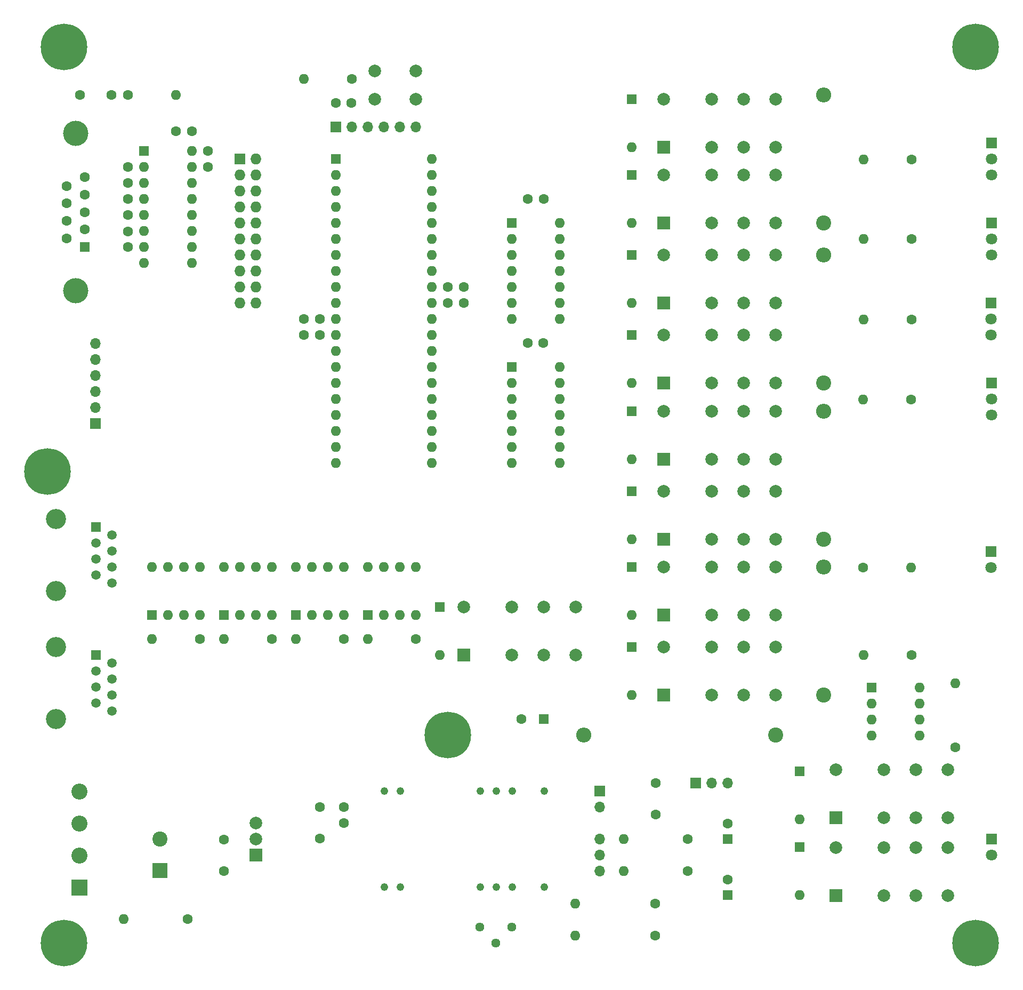
<source format=gbr>
G04 #@! TF.GenerationSoftware,KiCad,Pcbnew,(6.0.6)*
G04 #@! TF.CreationDate,2022-08-07T11:28:29-07:00*
G04 #@! TF.ProjectId,1d_coinctrl_r2,31645f63-6f69-46e6-9374-726c5f72322e,3*
G04 #@! TF.SameCoordinates,Original*
G04 #@! TF.FileFunction,Soldermask,Top*
G04 #@! TF.FilePolarity,Negative*
%FSLAX46Y46*%
G04 Gerber Fmt 4.6, Leading zero omitted, Abs format (unit mm)*
G04 Created by KiCad (PCBNEW (6.0.6)) date 2022-08-07 11:28:29*
%MOMM*%
%LPD*%
G01*
G04 APERTURE LIST*
%ADD10C,1.600000*%
%ADD11R,1.600000X1.600000*%
%ADD12O,1.600000X1.600000*%
%ADD13R,1.800000X1.800000*%
%ADD14C,1.800000*%
%ADD15C,3.200000*%
%ADD16R,1.500000X1.500000*%
%ADD17C,1.500000*%
%ADD18R,1.700000X1.700000*%
%ADD19O,1.700000X1.700000*%
%ADD20R,1.727200X1.727200*%
%ADD21O,1.727200X1.727200*%
%ADD22R,2.000000X2.000000*%
%ADD23C,2.000000*%
%ADD24C,1.220000*%
%ADD25C,2.400000*%
%ADD26O,2.400000X2.400000*%
%ADD27C,1.440000*%
%ADD28R,2.400000X2.400000*%
%ADD29C,4.000000*%
%ADD30C,7.400000*%
%ADD31R,2.550000X2.550000*%
%ADD32C,2.550000*%
G04 APERTURE END LIST*
D10*
X157514988Y-138395012D03*
X157514988Y-143395012D03*
D11*
X139734988Y-128235012D03*
D10*
X136234988Y-128235012D03*
X88934988Y-152365012D03*
X88934988Y-147365012D03*
X104174988Y-142205012D03*
X104174988Y-147205012D03*
X124494988Y-59655012D03*
X124494988Y-62155012D03*
X104174988Y-64735012D03*
X104174988Y-67235012D03*
X106714988Y-30445012D03*
X109214988Y-30445012D03*
X107984988Y-142205012D03*
X107984988Y-144705012D03*
X139734988Y-45685012D03*
X137234988Y-45685012D03*
D11*
X123224988Y-110455012D03*
D12*
X123224988Y-118075012D03*
D11*
X180374988Y-148555012D03*
D12*
X180374988Y-156175012D03*
D11*
X153704988Y-116805012D03*
D12*
X153704988Y-124425012D03*
D11*
X153704988Y-67275012D03*
D12*
X153704988Y-74895012D03*
D11*
X153704988Y-104105012D03*
D12*
X153704988Y-111725012D03*
D11*
X153704988Y-54575012D03*
D12*
X153704988Y-62195012D03*
D11*
X153704988Y-92040012D03*
D12*
X153704988Y-99660012D03*
D11*
X153704988Y-41875012D03*
D12*
X153704988Y-49495012D03*
D11*
X153704988Y-79340012D03*
D12*
X153704988Y-86960012D03*
D11*
X153704988Y-29810012D03*
D12*
X153704988Y-37430012D03*
D13*
X210854988Y-147285012D03*
D14*
X210854988Y-149825012D03*
D15*
X62264988Y-96485012D03*
X62264988Y-107915012D03*
D16*
X68614988Y-97755012D03*
D17*
X71154988Y-99025012D03*
X68614988Y-100295012D03*
X71154988Y-101565012D03*
X68614988Y-102835012D03*
X71154988Y-104105012D03*
X68614988Y-105375012D03*
X71154988Y-106645012D03*
D18*
X163864988Y-138395012D03*
D19*
X166404988Y-138395012D03*
X168944988Y-138395012D03*
D15*
X62264988Y-128235012D03*
X62264988Y-116805012D03*
D16*
X68614988Y-118075012D03*
D17*
X71154988Y-119345012D03*
X68614988Y-120615012D03*
X71154988Y-121885012D03*
X68614988Y-123155012D03*
X71154988Y-124425012D03*
X68614988Y-125695012D03*
X71154988Y-126965012D03*
D20*
X91474988Y-39335012D03*
D21*
X94014988Y-39335012D03*
X91474988Y-41875012D03*
X94014988Y-41875012D03*
X91474988Y-44415012D03*
X94014988Y-44415012D03*
X91474988Y-46955012D03*
X94014988Y-46955012D03*
X91474988Y-49495012D03*
X94014988Y-49495012D03*
X91474988Y-52035012D03*
X94014988Y-52035012D03*
X91474988Y-54575012D03*
X94014988Y-54575012D03*
X91474988Y-57115012D03*
X94014988Y-57115012D03*
X91474988Y-59655012D03*
X94014988Y-59655012D03*
X91474988Y-62195012D03*
X94014988Y-62195012D03*
D22*
X186189989Y-156290013D03*
D23*
X193809989Y-156290013D03*
X198889989Y-156290013D03*
X203969989Y-156290013D03*
X203969989Y-148670013D03*
X198889989Y-148670013D03*
X193809989Y-148670013D03*
X186189989Y-148670013D03*
D22*
X186189989Y-143910013D03*
D23*
X193809989Y-143910013D03*
X198889989Y-143910013D03*
X203969989Y-143910013D03*
X203969989Y-136290013D03*
X198889989Y-136290013D03*
X193809989Y-136290013D03*
X186189989Y-136290013D03*
D22*
X158784988Y-111725012D03*
D23*
X166404988Y-111725012D03*
X171484988Y-111725012D03*
X176564988Y-111725012D03*
X176564988Y-104105012D03*
X171484988Y-104105012D03*
X166404988Y-104105012D03*
X158784988Y-104105012D03*
D22*
X158784988Y-99660012D03*
D23*
X166404988Y-99660012D03*
X171484988Y-99660012D03*
X176564988Y-99660012D03*
X176564988Y-92040012D03*
X171484988Y-92040012D03*
X166404988Y-92040012D03*
X158784988Y-92040012D03*
D22*
X158784988Y-86960012D03*
D23*
X166404988Y-86960012D03*
X171484988Y-86960012D03*
X176564988Y-86960012D03*
X176564988Y-79340012D03*
X171484988Y-79340012D03*
X166404988Y-79340012D03*
X158784988Y-79340012D03*
D22*
X158784988Y-74895012D03*
D23*
X166404988Y-74895012D03*
X171484988Y-74895012D03*
X176564988Y-74895012D03*
X176564988Y-67275012D03*
X171484988Y-67275012D03*
X166404988Y-67275012D03*
X158784988Y-67275012D03*
D22*
X158784988Y-49495012D03*
D23*
X166404988Y-49495012D03*
X171484988Y-49495012D03*
X176564988Y-49495012D03*
X176564988Y-41875012D03*
X171484988Y-41875012D03*
X166404988Y-41875012D03*
X158784988Y-41875012D03*
D22*
X158784988Y-37430012D03*
D23*
X166404988Y-37430012D03*
X171484988Y-37430012D03*
X176564988Y-37430012D03*
X176564988Y-29810012D03*
X171484988Y-29810012D03*
X166404988Y-29810012D03*
X158784988Y-29810012D03*
D22*
X127034988Y-118075012D03*
D23*
X134654988Y-118075012D03*
X139734988Y-118075012D03*
X144814988Y-118075012D03*
X144814988Y-110455012D03*
X139734988Y-110455012D03*
X134654988Y-110455012D03*
X127034988Y-110455012D03*
D24*
X114464988Y-154905012D03*
X117004988Y-154905012D03*
X129704988Y-154905012D03*
X132244988Y-154905012D03*
X134784988Y-154905012D03*
X139864988Y-154905012D03*
X139864988Y-139665012D03*
X134784988Y-139665012D03*
X132244988Y-139665012D03*
X129704988Y-139665012D03*
X117004988Y-139665012D03*
X114464988Y-139665012D03*
D25*
X176564988Y-130775012D03*
D26*
X146084988Y-130775012D03*
D10*
X109254988Y-26635012D03*
D12*
X101634988Y-26635012D03*
D25*
X184184988Y-124425012D03*
D26*
X184184988Y-104105012D03*
D25*
X184184988Y-74895012D03*
D26*
X184184988Y-54575012D03*
D25*
X184184988Y-99660012D03*
D26*
X184184988Y-79340012D03*
D25*
X184184988Y-49495012D03*
D26*
X184184988Y-29175012D03*
D27*
X134654988Y-161255012D03*
X132114988Y-163795012D03*
X129574988Y-161255012D03*
D10*
X198154988Y-118075012D03*
D12*
X190534988Y-118075012D03*
D23*
X119414988Y-25365012D03*
X112914988Y-25365012D03*
X112914988Y-29865012D03*
X119414988Y-29865012D03*
D18*
X148624988Y-139665012D03*
D19*
X148624988Y-142205012D03*
X148624988Y-147285012D03*
X148624988Y-149825012D03*
X148624988Y-152365012D03*
D22*
X94014988Y-149825012D03*
D23*
X94014988Y-147285012D03*
X94014988Y-144745012D03*
D11*
X106714988Y-39335012D03*
D12*
X106714988Y-41875012D03*
X106714988Y-44415012D03*
X106714988Y-46955012D03*
X106714988Y-49495012D03*
X106714988Y-52035012D03*
X106714988Y-54575012D03*
X106714988Y-57115012D03*
X106714988Y-59655012D03*
X106714988Y-62195012D03*
X106714988Y-64735012D03*
X106714988Y-67275012D03*
X106714988Y-69815012D03*
X106714988Y-72355012D03*
X106714988Y-74895012D03*
X106714988Y-77435012D03*
X106714988Y-79975012D03*
X106714988Y-82515012D03*
X106714988Y-85055012D03*
X106714988Y-87595012D03*
X121954988Y-87595012D03*
X121954988Y-85055012D03*
X121954988Y-82515012D03*
X121954988Y-79975012D03*
X121954988Y-77435012D03*
X121954988Y-74895012D03*
X121954988Y-72355012D03*
X121954988Y-69815012D03*
X121954988Y-67275012D03*
X121954988Y-64735012D03*
X121954988Y-62195012D03*
X121954988Y-59655012D03*
X121954988Y-57115012D03*
X121954988Y-54575012D03*
X121954988Y-52035012D03*
X121954988Y-49495012D03*
X121954988Y-46955012D03*
X121954988Y-44415012D03*
X121954988Y-41875012D03*
X121954988Y-39335012D03*
D11*
X134654988Y-72355012D03*
D12*
X134654988Y-74895012D03*
X134654988Y-77435012D03*
X134654988Y-79975012D03*
X134654988Y-82515012D03*
X134654988Y-85055012D03*
X134654988Y-87595012D03*
X142274988Y-87595012D03*
X142274988Y-85055012D03*
X142274988Y-82515012D03*
X142274988Y-79975012D03*
X142274988Y-77435012D03*
X142274988Y-74895012D03*
X142274988Y-72355012D03*
D11*
X134654988Y-49495012D03*
D12*
X134654988Y-52035012D03*
X134654988Y-54575012D03*
X134654988Y-57115012D03*
X134654988Y-59655012D03*
X134654988Y-62195012D03*
X134654988Y-64735012D03*
X142274988Y-64735012D03*
X142274988Y-62195012D03*
X142274988Y-59655012D03*
X142274988Y-57115012D03*
X142274988Y-54575012D03*
X142274988Y-52035012D03*
X142274988Y-49495012D03*
D10*
X139694988Y-68545012D03*
X137194988Y-68545012D03*
D22*
X158784988Y-124425012D03*
D23*
X166404988Y-124425012D03*
X171484988Y-124425012D03*
X176564988Y-124425012D03*
X176564988Y-116805012D03*
X171484988Y-116805012D03*
X166404988Y-116805012D03*
X158784988Y-116805012D03*
D11*
X168944988Y-156175012D03*
D10*
X168944988Y-153675012D03*
D11*
X168944988Y-147285012D03*
D10*
X168944988Y-144785012D03*
D28*
X78774988Y-152285012D03*
D25*
X78774988Y-147285012D03*
D10*
X162594988Y-147285012D03*
D12*
X152434988Y-147285012D03*
D10*
X162594988Y-152365012D03*
D12*
X152434988Y-152365012D03*
D13*
X210820000Y-101600000D03*
D14*
X210820000Y-104140000D03*
D22*
X158784988Y-62195012D03*
D23*
X166404988Y-62195012D03*
X171484988Y-62195012D03*
X176564988Y-62195012D03*
X176564988Y-54575012D03*
X171484988Y-54575012D03*
X166404988Y-54575012D03*
X158784988Y-54575012D03*
D11*
X180374988Y-136490012D03*
D12*
X180374988Y-144110012D03*
D10*
X190500000Y-104140000D03*
D12*
X198120000Y-104140000D03*
D10*
X73694988Y-40605012D03*
X73694988Y-43105012D03*
X73694988Y-45685012D03*
X73694988Y-48185012D03*
X83854988Y-34890012D03*
X81354988Y-34890012D03*
X73694988Y-50805012D03*
X73694988Y-53305012D03*
D29*
X65416988Y-60265012D03*
X65416988Y-35265012D03*
D11*
X66836988Y-53305012D03*
D10*
X66836988Y-50535012D03*
X66836988Y-47765012D03*
X66836988Y-44995012D03*
X66836988Y-42225012D03*
X63996988Y-51920012D03*
X63996988Y-49150012D03*
X63996988Y-46380012D03*
X63996988Y-43610012D03*
X73694988Y-29175012D03*
D12*
X81314988Y-29175012D03*
D11*
X76234988Y-38065012D03*
D12*
X76234988Y-40605012D03*
X76234988Y-43145012D03*
X76234988Y-45685012D03*
X76234988Y-48225012D03*
X76234988Y-50765012D03*
X76234988Y-53305012D03*
X76234988Y-55845012D03*
X83854988Y-55845012D03*
X83854988Y-53305012D03*
X83854988Y-50765012D03*
X83854988Y-48225012D03*
X83854988Y-45685012D03*
X83854988Y-43145012D03*
X83854988Y-40605012D03*
X83854988Y-38065012D03*
D18*
X106714988Y-34255012D03*
D19*
X109254988Y-34255012D03*
X111794988Y-34255012D03*
X114334988Y-34255012D03*
X116874988Y-34255012D03*
X119414988Y-34255012D03*
D10*
X66074988Y-29175012D03*
X71074988Y-29175012D03*
X205139988Y-132680012D03*
D12*
X205139988Y-122520012D03*
D10*
X86394988Y-38065012D03*
X86394988Y-40565012D03*
D30*
X208314988Y-163795012D03*
X63534988Y-21555012D03*
X208314988Y-21555012D03*
X63534988Y-163795012D03*
D10*
X101634988Y-64735012D03*
X101634988Y-67235012D03*
X127034988Y-59655012D03*
X127034988Y-62155012D03*
D30*
X124494988Y-130775012D03*
D10*
X119414988Y-115535012D03*
D12*
X111794988Y-115535012D03*
D10*
X107984988Y-115535012D03*
D12*
X100364988Y-115535012D03*
D11*
X111794988Y-111725012D03*
D12*
X114334988Y-111725012D03*
X116874988Y-111725012D03*
X119414988Y-111725012D03*
X119414988Y-104105012D03*
X116874988Y-104105012D03*
X114334988Y-104105012D03*
X111794988Y-104105012D03*
D11*
X100364988Y-111725012D03*
D12*
X102904988Y-111725012D03*
X105444988Y-111725012D03*
X107984988Y-111725012D03*
X107984988Y-104105012D03*
X105444988Y-104105012D03*
X102904988Y-104105012D03*
X100364988Y-104105012D03*
D11*
X77504988Y-111725012D03*
D12*
X80044988Y-111725012D03*
X82584988Y-111725012D03*
X85124988Y-111725012D03*
X85124988Y-104105012D03*
X82584988Y-104105012D03*
X80044988Y-104105012D03*
X77504988Y-104105012D03*
D10*
X96554988Y-115535012D03*
D12*
X88934988Y-115535012D03*
D10*
X85124988Y-115535012D03*
D12*
X77504988Y-115535012D03*
D11*
X88934988Y-111725012D03*
D12*
X91474988Y-111725012D03*
X94014988Y-111725012D03*
X96554988Y-111725012D03*
X96554988Y-104105012D03*
X94014988Y-104105012D03*
X91474988Y-104105012D03*
X88934988Y-104105012D03*
D10*
X83219988Y-159985012D03*
D12*
X73059988Y-159985012D03*
D30*
X60960000Y-88900000D03*
D13*
X210854988Y-49495012D03*
D14*
X210854988Y-52035012D03*
X210854988Y-54575012D03*
D13*
X210854988Y-36820000D03*
D14*
X210854988Y-39360000D03*
X210854988Y-41900000D03*
D10*
X198154988Y-64770000D03*
D12*
X190534988Y-64770000D03*
D10*
X198154988Y-52035012D03*
D12*
X190534988Y-52035012D03*
D10*
X157480000Y-157480000D03*
D12*
X144780000Y-157480000D03*
D13*
X210820000Y-62220000D03*
D14*
X210820000Y-64760000D03*
X210820000Y-67300000D03*
D10*
X198120000Y-77470000D03*
D12*
X190500000Y-77470000D03*
D31*
X66040000Y-154940000D03*
D32*
X66040000Y-149860000D03*
X66040000Y-144780000D03*
X66040000Y-139700000D03*
D10*
X157480000Y-162560000D03*
D12*
X144780000Y-162560000D03*
D13*
X210854988Y-74920000D03*
D14*
X210854988Y-77460000D03*
X210854988Y-80000000D03*
D10*
X198154988Y-39370000D03*
D12*
X190534988Y-39370000D03*
D18*
X68580000Y-81280000D03*
D19*
X68580000Y-78740000D03*
X68580000Y-76200000D03*
X68580000Y-73660000D03*
X68580000Y-71120000D03*
X68580000Y-68580000D03*
D11*
X191780000Y-123200000D03*
D12*
X191780000Y-125740000D03*
X191780000Y-128280000D03*
X191780000Y-130820000D03*
X199400000Y-130820000D03*
X199400000Y-128280000D03*
X199400000Y-125740000D03*
X199400000Y-123200000D03*
M02*

</source>
